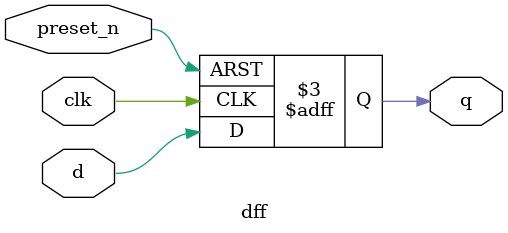
<source format=v>
module dff (
input wire clk,
input wire d,
input wire preset_n,
output reg q
);
always @ (posedge clk or negedge preset_n)
begin
if(!preset_n)
q <= 1'b1;
else
q <= d;
end
endmodule

</source>
